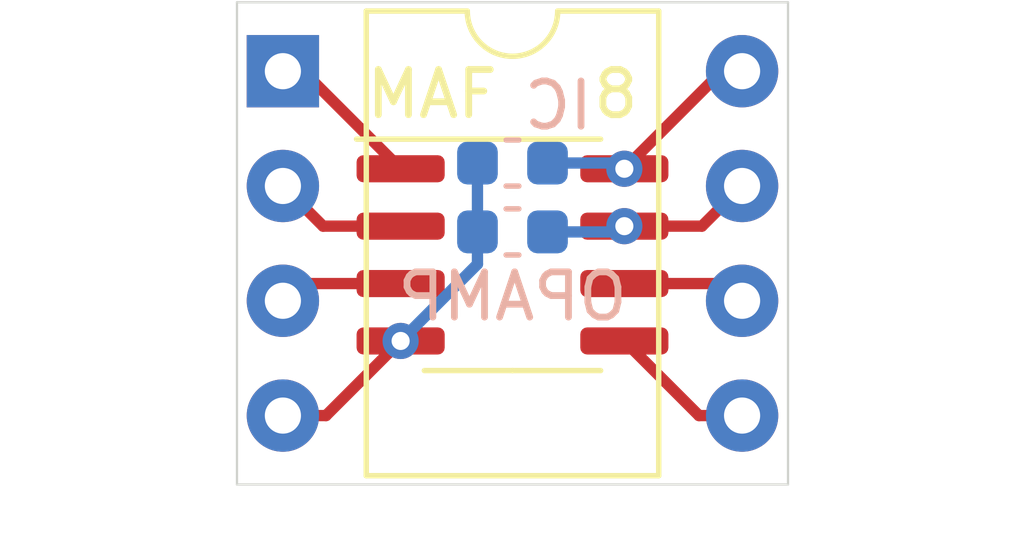
<source format=kicad_pcb>
(kicad_pcb (version 20171130) (host pcbnew 5.1.6-1.fc32)

  (general
    (thickness 1.6)
    (drawings 4)
    (tracks 26)
    (zones 0)
    (modules 4)
    (nets 1)
  )

  (page A4)
  (layers
    (0 F.Cu signal)
    (31 B.Cu signal)
    (32 B.Adhes user)
    (33 F.Adhes user)
    (34 B.Paste user)
    (35 F.Paste user)
    (36 B.SilkS user)
    (37 F.SilkS user)
    (38 B.Mask user)
    (39 F.Mask user)
    (40 Dwgs.User user)
    (41 Cmts.User user)
    (42 Eco1.User user)
    (43 Eco2.User user)
    (44 Edge.Cuts user)
    (45 Margin user)
    (46 B.CrtYd user)
    (47 F.CrtYd user)
    (48 B.Fab user)
    (49 F.Fab user)
  )

  (setup
    (last_trace_width 0.25)
    (trace_clearance 0.2)
    (zone_clearance 0.508)
    (zone_45_only no)
    (trace_min 0.2)
    (via_size 0.8)
    (via_drill 0.4)
    (via_min_size 0.4)
    (via_min_drill 0.3)
    (uvia_size 0.3)
    (uvia_drill 0.1)
    (uvias_allowed no)
    (uvia_min_size 0.2)
    (uvia_min_drill 0.1)
    (edge_width 0.05)
    (segment_width 0.2)
    (pcb_text_width 0.3)
    (pcb_text_size 1.5 1.5)
    (mod_edge_width 0.12)
    (mod_text_size 1 1)
    (mod_text_width 0.15)
    (pad_size 1.524 1.524)
    (pad_drill 0.762)
    (pad_to_mask_clearance 0.05)
    (aux_axis_origin 0 0)
    (visible_elements FFFFFF7F)
    (pcbplotparams
      (layerselection 0x010fc_ffffffff)
      (usegerberextensions false)
      (usegerberattributes true)
      (usegerberadvancedattributes true)
      (creategerberjobfile true)
      (excludeedgelayer true)
      (linewidth 0.100000)
      (plotframeref false)
      (viasonmask false)
      (mode 1)
      (useauxorigin false)
      (hpglpennumber 1)
      (hpglpenspeed 20)
      (hpglpendiameter 15.000000)
      (psnegative false)
      (psa4output false)
      (plotreference true)
      (plotvalue true)
      (plotinvisibletext false)
      (padsonsilk false)
      (subtractmaskfromsilk false)
      (outputformat 1)
      (mirror false)
      (drillshape 1)
      (scaleselection 1)
      (outputdirectory ""))
  )

  (net 0 "")

  (net_class Default "This is the default net class."
    (clearance 0.2)
    (trace_width 0.25)
    (via_dia 0.8)
    (via_drill 0.4)
    (uvia_dia 0.3)
    (uvia_drill 0.1)
  )

  (module Capacitor_SMD:C_0603_1608Metric (layer B.Cu) (tedit 5F68FEEE) (tstamp 5F7369C4)
    (at 147.32 57.15)
    (descr "Capacitor SMD 0603 (1608 Metric), square (rectangular) end terminal, IPC_7351 nominal, (Body size source: IPC-SM-782 page 76, https://www.pcb-3d.com/wordpress/wp-content/uploads/ipc-sm-782a_amendment_1_and_2.pdf), generated with kicad-footprint-generator")
    (tags capacitor)
    (attr smd)
    (fp_text reference OPAMP (at 0 1.43) (layer B.SilkS)
      (effects (font (size 1 1) (thickness 0.15)) (justify mirror))
    )
    (fp_text value C_0603_1608Metric (at 0 -1.43) (layer B.Fab)
      (effects (font (size 1 1) (thickness 0.15)) (justify mirror))
    )
    (fp_line (start 1.48 -0.73) (end -1.48 -0.73) (layer B.CrtYd) (width 0.05))
    (fp_line (start 1.48 0.73) (end 1.48 -0.73) (layer B.CrtYd) (width 0.05))
    (fp_line (start -1.48 0.73) (end 1.48 0.73) (layer B.CrtYd) (width 0.05))
    (fp_line (start -1.48 -0.73) (end -1.48 0.73) (layer B.CrtYd) (width 0.05))
    (fp_line (start -0.14058 -0.51) (end 0.14058 -0.51) (layer B.SilkS) (width 0.12))
    (fp_line (start -0.14058 0.51) (end 0.14058 0.51) (layer B.SilkS) (width 0.12))
    (fp_line (start 0.8 -0.4) (end -0.8 -0.4) (layer B.Fab) (width 0.1))
    (fp_line (start 0.8 0.4) (end 0.8 -0.4) (layer B.Fab) (width 0.1))
    (fp_line (start -0.8 0.4) (end 0.8 0.4) (layer B.Fab) (width 0.1))
    (fp_line (start -0.8 -0.4) (end -0.8 0.4) (layer B.Fab) (width 0.1))
    (fp_text user %R (at 0 0) (layer B.Fab)
      (effects (font (size 0.4 0.4) (thickness 0.06)) (justify mirror))
    )
    (pad 2 smd roundrect (at 0.775 0) (size 0.9 0.95) (layers B.Cu B.Paste B.Mask) (roundrect_rratio 0.25))
    (pad 1 smd roundrect (at -0.775 0) (size 0.9 0.95) (layers B.Cu B.Paste B.Mask) (roundrect_rratio 0.25))
    (model ${KISYS3DMOD}/Capacitor_SMD.3dshapes/C_0603_1608Metric.wrl
      (at (xyz 0 0 0))
      (scale (xyz 1 1 1))
      (rotate (xyz 0 0 0))
    )
  )

  (module Capacitor_SMD:C_0603_1608Metric (layer B.Cu) (tedit 5F68FEEE) (tstamp 5F7368B3)
    (at 147.32 55.626)
    (descr "Capacitor SMD 0603 (1608 Metric), square (rectangular) end terminal, IPC_7351 nominal, (Body size source: IPC-SM-782 page 76, https://www.pcb-3d.com/wordpress/wp-content/uploads/ipc-sm-782a_amendment_1_and_2.pdf), generated with kicad-footprint-generator")
    (tags capacitor)
    (attr smd)
    (fp_text reference IC (at 1.016 -1.27) (layer B.SilkS)
      (effects (font (size 1 1) (thickness 0.15)) (justify mirror))
    )
    (fp_text value C_0603_1608Metric (at 0 -1.43) (layer B.Fab)
      (effects (font (size 1 1) (thickness 0.15)) (justify mirror))
    )
    (fp_line (start 1.48 -0.73) (end -1.48 -0.73) (layer B.CrtYd) (width 0.05))
    (fp_line (start 1.48 0.73) (end 1.48 -0.73) (layer B.CrtYd) (width 0.05))
    (fp_line (start -1.48 0.73) (end 1.48 0.73) (layer B.CrtYd) (width 0.05))
    (fp_line (start -1.48 -0.73) (end -1.48 0.73) (layer B.CrtYd) (width 0.05))
    (fp_line (start -0.14058 -0.51) (end 0.14058 -0.51) (layer B.SilkS) (width 0.12))
    (fp_line (start -0.14058 0.51) (end 0.14058 0.51) (layer B.SilkS) (width 0.12))
    (fp_line (start 0.8 -0.4) (end -0.8 -0.4) (layer B.Fab) (width 0.1))
    (fp_line (start 0.8 0.4) (end 0.8 -0.4) (layer B.Fab) (width 0.1))
    (fp_line (start -0.8 0.4) (end 0.8 0.4) (layer B.Fab) (width 0.1))
    (fp_line (start -0.8 -0.4) (end -0.8 0.4) (layer B.Fab) (width 0.1))
    (fp_text user %R (at 0 0) (layer F.Fab)
      (effects (font (size 0.4 0.4) (thickness 0.06)))
    )
    (pad 2 smd roundrect (at 0.775 0) (size 0.9 0.95) (layers B.Cu B.Paste B.Mask) (roundrect_rratio 0.25))
    (pad 1 smd roundrect (at -0.775 0) (size 0.9 0.95) (layers B.Cu B.Paste B.Mask) (roundrect_rratio 0.25))
    (model ${KISYS3DMOD}/Capacitor_SMD.3dshapes/C_0603_1608Metric.wrl
      (at (xyz 0 0 0))
      (scale (xyz 1 1 1))
      (rotate (xyz 0 0 0))
    )
  )

  (module Package_DIP:DIP-8_W10.16mm (layer F.Cu) (tedit 5A02E8C5) (tstamp 5F7366D6)
    (at 142.24 53.594)
    (descr "8-lead though-hole mounted DIP package, row spacing 10.16 mm (400 mils)")
    (tags "THT DIP DIL PDIP 2.54mm 10.16mm 400mil")
    (fp_text reference MAF (at 3.302 0.508) (layer F.SilkS)
      (effects (font (size 1 1) (thickness 0.15)))
    )
    (fp_text value DIP-8_W10.16mm (at 5.08 9.95) (layer F.Fab)
      (effects (font (size 1 1) (thickness 0.15)))
    )
    (fp_line (start 11.25 -1.55) (end -1.05 -1.55) (layer F.CrtYd) (width 0.05))
    (fp_line (start 11.25 9.15) (end 11.25 -1.55) (layer F.CrtYd) (width 0.05))
    (fp_line (start -1.05 9.15) (end 11.25 9.15) (layer F.CrtYd) (width 0.05))
    (fp_line (start -1.05 -1.55) (end -1.05 9.15) (layer F.CrtYd) (width 0.05))
    (fp_line (start 8.315 -1.33) (end 6.08 -1.33) (layer F.SilkS) (width 0.12))
    (fp_line (start 8.315 8.95) (end 8.315 -1.33) (layer F.SilkS) (width 0.12))
    (fp_line (start 1.845 8.95) (end 8.315 8.95) (layer F.SilkS) (width 0.12))
    (fp_line (start 1.845 -1.33) (end 1.845 8.95) (layer F.SilkS) (width 0.12))
    (fp_line (start 4.08 -1.33) (end 1.845 -1.33) (layer F.SilkS) (width 0.12))
    (fp_line (start 1.905 -0.27) (end 2.905 -1.27) (layer F.Fab) (width 0.1))
    (fp_line (start 1.905 8.89) (end 1.905 -0.27) (layer F.Fab) (width 0.1))
    (fp_line (start 8.255 8.89) (end 1.905 8.89) (layer F.Fab) (width 0.1))
    (fp_line (start 8.255 -1.27) (end 8.255 8.89) (layer F.Fab) (width 0.1))
    (fp_line (start 2.905 -1.27) (end 8.255 -1.27) (layer F.Fab) (width 0.1))
    (fp_text user %R (at 5.08 3.81) (layer F.Fab)
      (effects (font (size 1 1) (thickness 0.15)))
    )
    (fp_arc (start 5.08 -1.33) (end 4.08 -1.33) (angle -180) (layer F.SilkS) (width 0.12))
    (pad 8 thru_hole oval (at 10.16 0) (size 1.6 1.6) (drill 0.8) (layers *.Cu *.Mask))
    (pad 4 thru_hole oval (at 0 7.62) (size 1.6 1.6) (drill 0.8) (layers *.Cu *.Mask))
    (pad 7 thru_hole oval (at 10.16 2.54) (size 1.6 1.6) (drill 0.8) (layers *.Cu *.Mask))
    (pad 3 thru_hole oval (at 0 5.08) (size 1.6 1.6) (drill 0.8) (layers *.Cu *.Mask))
    (pad 6 thru_hole oval (at 10.16 5.08) (size 1.6 1.6) (drill 0.8) (layers *.Cu *.Mask))
    (pad 2 thru_hole oval (at 0 2.54) (size 1.6 1.6) (drill 0.8) (layers *.Cu *.Mask))
    (pad 5 thru_hole oval (at 10.16 7.62) (size 1.6 1.6) (drill 0.8) (layers *.Cu *.Mask))
    (pad 1 thru_hole rect (at 0 0) (size 1.6 1.6) (drill 0.8) (layers *.Cu *.Mask))
    (model ${KISYS3DMOD}/Package_DIP.3dshapes/DIP-8_W10.16mm.wrl
      (at (xyz 0 0 0))
      (scale (xyz 1 1 1))
      (rotate (xyz 0 0 0))
    )
  )

  (module Package_SO:SOIC-8_3.9x4.9mm_P1.27mm (layer F.Cu) (tedit 5D9F72B1) (tstamp 5F7362DF)
    (at 147.32 57.658)
    (descr "SOIC, 8 Pin (JEDEC MS-012AA, https://www.analog.com/media/en/package-pcb-resources/package/pkg_pdf/soic_narrow-r/r_8.pdf), generated with kicad-footprint-generator ipc_gullwing_generator.py")
    (tags "SOIC SO")
    (attr smd)
    (fp_text reference 8 (at 2.286 -3.556) (layer F.SilkS)
      (effects (font (size 1 1) (thickness 0.15)))
    )
    (fp_text value SOIC-8_3.9x4.9mm_P1.27mm (at 0 3.4) (layer F.Fab)
      (effects (font (size 1 1) (thickness 0.15)))
    )
    (fp_line (start 3.7 -2.7) (end -3.7 -2.7) (layer F.CrtYd) (width 0.05))
    (fp_line (start 3.7 2.7) (end 3.7 -2.7) (layer F.CrtYd) (width 0.05))
    (fp_line (start -3.7 2.7) (end 3.7 2.7) (layer F.CrtYd) (width 0.05))
    (fp_line (start -3.7 -2.7) (end -3.7 2.7) (layer F.CrtYd) (width 0.05))
    (fp_line (start -1.95 -1.475) (end -0.975 -2.45) (layer F.Fab) (width 0.1))
    (fp_line (start -1.95 2.45) (end -1.95 -1.475) (layer F.Fab) (width 0.1))
    (fp_line (start 1.95 2.45) (end -1.95 2.45) (layer F.Fab) (width 0.1))
    (fp_line (start 1.95 -2.45) (end 1.95 2.45) (layer F.Fab) (width 0.1))
    (fp_line (start -0.975 -2.45) (end 1.95 -2.45) (layer F.Fab) (width 0.1))
    (fp_line (start 0 -2.56) (end -3.45 -2.56) (layer F.SilkS) (width 0.12))
    (fp_line (start 0 -2.56) (end 1.95 -2.56) (layer F.SilkS) (width 0.12))
    (fp_line (start 0 2.56) (end -1.95 2.56) (layer F.SilkS) (width 0.12))
    (fp_line (start 0 2.56) (end 1.95 2.56) (layer F.SilkS) (width 0.12))
    (fp_text user %R (at 0 0) (layer F.Fab)
      (effects (font (size 0.98 0.98) (thickness 0.15)))
    )
    (pad 8 smd roundrect (at 2.475 -1.905) (size 1.95 0.6) (layers F.Cu F.Paste F.Mask) (roundrect_rratio 0.25))
    (pad 7 smd roundrect (at 2.475 -0.635) (size 1.95 0.6) (layers F.Cu F.Paste F.Mask) (roundrect_rratio 0.25))
    (pad 6 smd roundrect (at 2.475 0.635) (size 1.95 0.6) (layers F.Cu F.Paste F.Mask) (roundrect_rratio 0.25))
    (pad 5 smd roundrect (at 2.475 1.905) (size 1.95 0.6) (layers F.Cu F.Paste F.Mask) (roundrect_rratio 0.25))
    (pad 4 smd roundrect (at -2.475 1.905) (size 1.95 0.6) (layers F.Cu F.Paste F.Mask) (roundrect_rratio 0.25))
    (pad 3 smd roundrect (at -2.475 0.635) (size 1.95 0.6) (layers F.Cu F.Paste F.Mask) (roundrect_rratio 0.25))
    (pad 2 smd roundrect (at -2.475 -0.635) (size 1.95 0.6) (layers F.Cu F.Paste F.Mask) (roundrect_rratio 0.25))
    (pad 1 smd roundrect (at -2.475 -1.905) (size 1.95 0.6) (layers F.Cu F.Paste F.Mask) (roundrect_rratio 0.25))
    (model ${KISYS3DMOD}/Package_SO.3dshapes/SOIC-8_3.9x4.9mm_P1.27mm.wrl
      (at (xyz 0 0 0))
      (scale (xyz 1 1 1))
      (rotate (xyz 0 0 0))
    )
  )

  (gr_line (start 141.224 62.738) (end 141.224 52.07) (layer Edge.Cuts) (width 0.05) (tstamp 5F72F9CF))
  (gr_line (start 153.416 62.738) (end 141.224 62.738) (layer Edge.Cuts) (width 0.05))
  (gr_line (start 153.416 52.07) (end 153.416 62.738) (layer Edge.Cuts) (width 0.05))
  (gr_line (start 141.224 52.07) (end 153.416 52.07) (layer Edge.Cuts) (width 0.05))

  (segment (start 143.129 57.023) (end 142.24 56.134) (width 0.25) (layer F.Cu) (net 0))
  (segment (start 144.845 57.023) (end 143.129 57.023) (width 0.25) (layer F.Cu) (net 0))
  (segment (start 142.621 58.293) (end 142.24 58.674) (width 0.25) (layer F.Cu) (net 0))
  (segment (start 144.845 58.293) (end 142.621 58.293) (width 0.25) (layer F.Cu) (net 0))
  (segment (start 143.194 61.214) (end 142.24 61.214) (width 0.25) (layer F.Cu) (net 0))
  (segment (start 144.845 59.563) (end 143.194 61.214) (width 0.25) (layer F.Cu) (net 0))
  (segment (start 142.686 53.594) (end 142.24 53.594) (width 0.25) (layer F.Cu) (net 0))
  (segment (start 144.845 55.753) (end 142.686 53.594) (width 0.25) (layer F.Cu) (net 0))
  (segment (start 151.954 53.594) (end 152.4 53.594) (width 0.25) (layer F.Cu) (net 0))
  (segment (start 149.795 55.753) (end 151.954 53.594) (width 0.25) (layer F.Cu) (net 0))
  (segment (start 151.511 57.023) (end 152.4 56.134) (width 0.25) (layer F.Cu) (net 0))
  (segment (start 149.795 57.023) (end 151.511 57.023) (width 0.25) (layer F.Cu) (net 0))
  (segment (start 152.019 58.293) (end 152.4 58.674) (width 0.25) (layer F.Cu) (net 0))
  (segment (start 149.795 58.293) (end 152.019 58.293) (width 0.25) (layer F.Cu) (net 0))
  (segment (start 151.446 61.214) (end 152.4 61.214) (width 0.25) (layer F.Cu) (net 0))
  (segment (start 149.795 59.563) (end 151.446 61.214) (width 0.25) (layer F.Cu) (net 0))
  (segment (start 146.545 55.626) (end 146.545 57.15) (width 0.25) (layer B.Cu) (net 0))
  (via (at 144.845 59.563) (size 0.8) (drill 0.4) (layers F.Cu B.Cu) (net 0))
  (segment (start 146.545 57.863) (end 144.845 59.563) (width 0.25) (layer B.Cu) (net 0))
  (segment (start 146.545 57.15) (end 146.545 57.863) (width 0.25) (layer B.Cu) (net 0))
  (segment (start 149.668 55.626) (end 149.795 55.753) (width 0.25) (layer B.Cu) (net 0))
  (segment (start 148.095 55.626) (end 149.668 55.626) (width 0.25) (layer B.Cu) (net 0))
  (via (at 149.795 55.753) (size 0.8) (drill 0.4) (layers F.Cu B.Cu) (net 0))
  (via (at 149.795 57.023) (size 0.8) (drill 0.4) (layers F.Cu B.Cu) (net 0))
  (segment (start 149.668 57.15) (end 149.795 57.023) (width 0.25) (layer B.Cu) (net 0))
  (segment (start 148.095 57.15) (end 149.668 57.15) (width 0.25) (layer B.Cu) (net 0))

)

</source>
